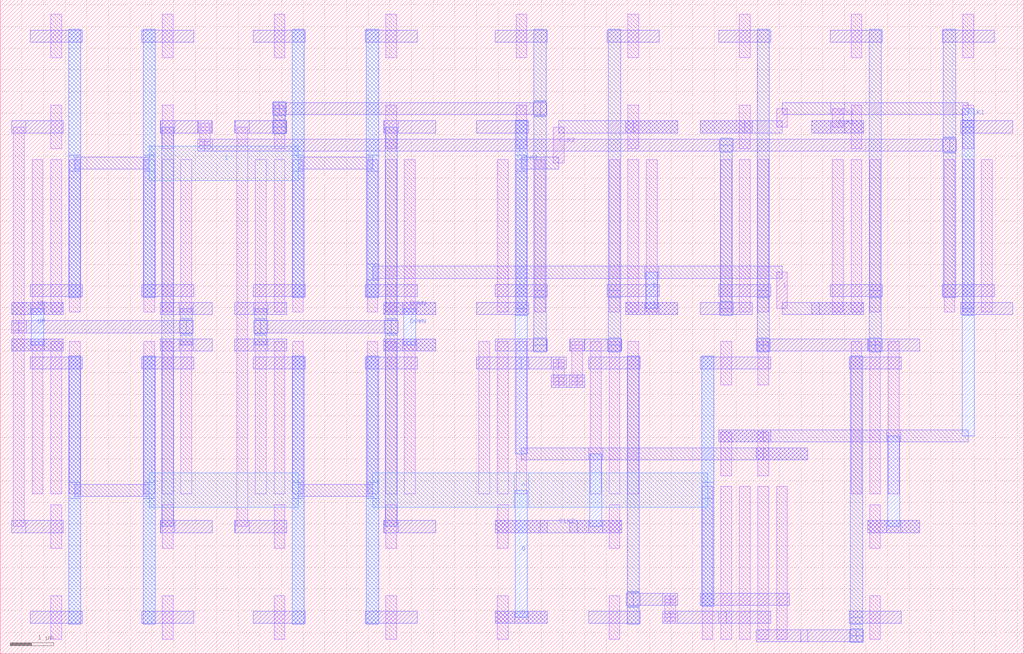
<source format=lef>
MACRO PD
  ORIGIN 0 0 ;
  FOREIGN PD 0 0 ;
  SIZE 23.65 BY 15.12 ;
  PIN 0
    DIRECTION INOUT ;
    USE SIGNAL ;
    PORT 
      LAYER M3 ;
        RECT 3.3 0.68 3.58 6.88 ;
      LAYER M3 ;
        RECT 1.58 0.68 1.86 6.88 ;
      LAYER M3 ;
        RECT 3.3 3.595 3.58 3.965 ;
      LAYER M2 ;
        RECT 1.72 3.64 3.44 3.92 ;
      LAYER M3 ;
        RECT 1.58 3.595 1.86 3.965 ;
      LAYER M3 ;
        RECT 6.74 0.68 7.02 6.88 ;
      LAYER M3 ;
        RECT 8.46 0.68 8.74 6.88 ;
      LAYER M3 ;
        RECT 6.74 3.595 7.02 3.965 ;
      LAYER M2 ;
        RECT 6.88 3.64 8.6 3.92 ;
      LAYER M3 ;
        RECT 8.46 3.595 8.74 3.965 ;
      LAYER M3 ;
        RECT 16.2 1.1 16.48 6.88 ;
      LAYER M2 ;
        RECT 11.44 0.7 12.64 0.98 ;
      LAYER M3 ;
        RECT 3.3 3.595 3.58 3.965 ;
      LAYER M4 ;
        RECT 3.44 3.38 6.88 4.18 ;
      LAYER M3 ;
        RECT 6.74 3.595 7.02 3.965 ;
      LAYER M3 ;
        RECT 8.46 3.595 8.74 3.965 ;
      LAYER M4 ;
        RECT 8.6 3.38 16.34 4.18 ;
      LAYER M3 ;
        RECT 16.2 3.595 16.48 3.965 ;
      LAYER M4 ;
        RECT 11.875 3.38 12.205 4.18 ;
      LAYER M3 ;
        RECT 11.9 0.84 12.18 3.78 ;
      LAYER M2 ;
        RECT 11.88 0.7 12.2 0.98 ;
    END
  END 0
  PIN 1
    DIRECTION INOUT ;
    USE SIGNAL ;
    PORT 
      LAYER M3 ;
        RECT 3.3 8.24 3.58 14.44 ;
      LAYER M3 ;
        RECT 1.58 8.24 1.86 14.44 ;
      LAYER M3 ;
        RECT 3.3 11.155 3.58 11.525 ;
      LAYER M2 ;
        RECT 1.72 11.2 3.44 11.48 ;
      LAYER M3 ;
        RECT 1.58 11.155 1.86 11.525 ;
      LAYER M3 ;
        RECT 6.74 8.24 7.02 14.44 ;
      LAYER M3 ;
        RECT 8.46 8.24 8.74 14.44 ;
      LAYER M3 ;
        RECT 6.74 11.155 7.02 11.525 ;
      LAYER M2 ;
        RECT 6.88 11.2 8.6 11.48 ;
      LAYER M3 ;
        RECT 8.46 11.155 8.74 11.525 ;
      LAYER M2 ;
        RECT 18.75 7.84 19.95 8.12 ;
      LAYER M2 ;
        RECT 14.45 7.84 15.65 8.12 ;
      LAYER M3 ;
        RECT 3.3 11.155 3.58 11.525 ;
      LAYER M4 ;
        RECT 3.44 10.94 6.88 11.74 ;
      LAYER M3 ;
        RECT 6.74 11.155 7.02 11.525 ;
      LAYER M3 ;
        RECT 8.46 8.635 8.74 9.005 ;
      LAYER M2 ;
        RECT 8.6 8.68 18.06 8.96 ;
      LAYER M1 ;
        RECT 17.935 7.98 18.185 8.82 ;
      LAYER M2 ;
        RECT 18.06 7.84 18.92 8.12 ;
      LAYER M2 ;
        RECT 14.89 8.68 15.21 8.96 ;
      LAYER M3 ;
        RECT 14.91 7.98 15.19 8.82 ;
      LAYER M2 ;
        RECT 14.89 7.84 15.21 8.12 ;
    END
  END 1
  PIN UP
    DIRECTION INOUT ;
    USE SIGNAL ;
    PORT 
      LAYER M2 ;
        RECT 0.26 7 1.46 7.28 ;
      LAYER M2 ;
        RECT 0.26 7.84 1.46 8.12 ;
      LAYER M2 ;
        RECT 0.7 7 1.02 7.28 ;
      LAYER M3 ;
        RECT 0.72 7.14 1 7.98 ;
      LAYER M2 ;
        RECT 0.7 7.84 1.02 8.12 ;
    END
  END UP
  PIN DOWN
    DIRECTION INOUT ;
    USE SIGNAL ;
    PORT 
      LAYER M2 ;
        RECT 8.86 7 10.06 7.28 ;
      LAYER M2 ;
        RECT 8.86 7.84 10.06 8.12 ;
      LAYER M2 ;
        RECT 9.3 7 9.62 7.28 ;
      LAYER M3 ;
        RECT 9.32 7.14 9.6 7.98 ;
      LAYER M2 ;
        RECT 9.3 7.84 9.62 8.12 ;
    END
  END DOWN
  PIN CLK2
    DIRECTION INOUT ;
    USE SIGNAL ;
    PORT 
      LAYER M2 ;
        RECT 17.46 4.48 18.66 4.76 ;
      LAYER M3 ;
        RECT 11.9 7.82 12.18 12.34 ;
      LAYER M2 ;
        RECT 13.16 2.8 14.36 3.08 ;
      LAYER M2 ;
        RECT 14.45 12.04 15.65 12.32 ;
      LAYER M2 ;
        RECT 11.44 2.8 12.64 3.08 ;
      LAYER M2 ;
        RECT 12.04 4.48 17.63 4.76 ;
      LAYER M3 ;
        RECT 11.9 4.62 12.18 7.98 ;
      LAYER M2 ;
        RECT 13.6 4.48 13.92 4.76 ;
      LAYER M3 ;
        RECT 13.62 2.94 13.9 4.62 ;
      LAYER M2 ;
        RECT 13.6 2.8 13.92 3.08 ;
      LAYER M3 ;
        RECT 11.9 11.155 12.18 11.525 ;
      LAYER M2 ;
        RECT 12.04 11.2 12.9 11.48 ;
      LAYER M1 ;
        RECT 12.775 11.34 13.025 12.18 ;
      LAYER M2 ;
        RECT 12.9 12.04 14.62 12.32 ;
      LAYER M2 ;
        RECT 12.47 2.8 13.33 3.08 ;
    END
  END CLK2
  PIN CLK1
    DIRECTION INOUT ;
    USE SIGNAL ;
    PORT 
      LAYER M2 ;
        RECT 16.6 4.9 17.8 5.18 ;
      LAYER M3 ;
        RECT 22.22 7.82 22.5 12.34 ;
      LAYER M2 ;
        RECT 20.04 2.8 21.24 3.08 ;
      LAYER M2 ;
        RECT 16.17 12.04 17.37 12.32 ;
      LAYER M2 ;
        RECT 18.75 12.04 19.95 12.32 ;
      LAYER M2 ;
        RECT 17.63 4.9 22.36 5.18 ;
      LAYER M3 ;
        RECT 22.22 5.04 22.5 7.98 ;
      LAYER M2 ;
        RECT 20.48 4.9 20.8 5.18 ;
      LAYER M3 ;
        RECT 20.5 2.94 20.78 5.04 ;
      LAYER M2 ;
        RECT 20.48 2.8 20.8 3.08 ;
      LAYER M3 ;
        RECT 22.22 12.18 22.5 12.6 ;
      LAYER M2 ;
        RECT 18.06 12.46 22.36 12.74 ;
      LAYER M1 ;
        RECT 17.935 12.18 18.185 12.6 ;
      LAYER M2 ;
        RECT 17.2 12.04 18.06 12.32 ;
      LAYER M2 ;
        RECT 19.19 12.46 19.51 12.74 ;
      LAYER M1 ;
        RECT 19.225 12.18 19.475 12.6 ;
      LAYER M2 ;
        RECT 19.19 12.04 19.51 12.32 ;
    END
  END CLK1
  OBS 
  LAYER M2 ;
        RECT 3.7 2.8 4.9 3.08 ;
  LAYER M2 ;
        RECT 3.7 12.04 4.9 12.32 ;
  LAYER M2 ;
        RECT 3.71 2.8 4.03 3.08 ;
  LAYER M3 ;
        RECT 3.73 2.94 4.01 12.18 ;
  LAYER M2 ;
        RECT 3.71 12.04 4.03 12.32 ;
  LAYER M3 ;
        RECT 21.79 8.24 22.07 14.44 ;
  LAYER M2 ;
        RECT 16.17 7.84 17.37 8.12 ;
  LAYER M2 ;
        RECT 4.57 12.04 4.89 12.32 ;
  LAYER M1 ;
        RECT 4.605 11.76 4.855 12.18 ;
  LAYER M2 ;
        RECT 4.73 11.62 21.93 11.9 ;
  LAYER M3 ;
        RECT 21.79 11.575 22.07 11.945 ;
  LAYER M2 ;
        RECT 16.61 11.62 16.93 11.9 ;
  LAYER M3 ;
        RECT 16.63 7.98 16.91 11.76 ;
  LAYER M2 ;
        RECT 16.61 7.84 16.93 8.12 ;
  LAYER M1 ;
        RECT 4.605 11.675 4.855 11.845 ;
  LAYER M2 ;
        RECT 4.56 11.62 4.9 11.9 ;
  LAYER M1 ;
        RECT 4.605 12.095 4.855 12.265 ;
  LAYER M2 ;
        RECT 4.56 12.04 4.9 12.32 ;
  LAYER M2 ;
        RECT 21.77 11.62 22.09 11.9 ;
  LAYER M3 ;
        RECT 21.79 11.6 22.07 11.92 ;
  LAYER M1 ;
        RECT 4.605 11.675 4.855 11.845 ;
  LAYER M2 ;
        RECT 4.56 11.62 4.9 11.9 ;
  LAYER M1 ;
        RECT 4.605 12.095 4.855 12.265 ;
  LAYER M2 ;
        RECT 4.56 12.04 4.9 12.32 ;
  LAYER M2 ;
        RECT 21.77 11.62 22.09 11.9 ;
  LAYER M3 ;
        RECT 21.79 11.6 22.07 11.92 ;
  LAYER M1 ;
        RECT 4.605 11.675 4.855 11.845 ;
  LAYER M2 ;
        RECT 4.56 11.62 4.9 11.9 ;
  LAYER M1 ;
        RECT 4.605 12.095 4.855 12.265 ;
  LAYER M2 ;
        RECT 4.56 12.04 4.9 12.32 ;
  LAYER M2 ;
        RECT 16.61 7.84 16.93 8.12 ;
  LAYER M3 ;
        RECT 16.63 7.82 16.91 8.14 ;
  LAYER M2 ;
        RECT 16.61 11.62 16.93 11.9 ;
  LAYER M3 ;
        RECT 16.63 11.6 16.91 11.92 ;
  LAYER M2 ;
        RECT 21.77 11.62 22.09 11.9 ;
  LAYER M3 ;
        RECT 21.79 11.6 22.07 11.92 ;
  LAYER M1 ;
        RECT 4.605 11.675 4.855 11.845 ;
  LAYER M2 ;
        RECT 4.56 11.62 4.9 11.9 ;
  LAYER M1 ;
        RECT 4.605 12.095 4.855 12.265 ;
  LAYER M2 ;
        RECT 4.56 12.04 4.9 12.32 ;
  LAYER M2 ;
        RECT 16.61 7.84 16.93 8.12 ;
  LAYER M3 ;
        RECT 16.63 7.82 16.91 8.14 ;
  LAYER M2 ;
        RECT 16.61 11.62 16.93 11.9 ;
  LAYER M3 ;
        RECT 16.63 11.6 16.91 11.92 ;
  LAYER M2 ;
        RECT 21.77 11.62 22.09 11.9 ;
  LAYER M3 ;
        RECT 21.79 11.6 22.07 11.92 ;
  LAYER M2 ;
        RECT 5.42 2.8 6.62 3.08 ;
  LAYER M2 ;
        RECT 5.42 12.04 6.62 12.32 ;
  LAYER M2 ;
        RECT 5.43 2.8 5.75 3.08 ;
  LAYER M1 ;
        RECT 5.465 2.94 5.715 12.18 ;
  LAYER M2 ;
        RECT 5.43 12.04 5.75 12.32 ;
  LAYER M3 ;
        RECT 12.33 8.24 12.61 14.44 ;
  LAYER M2 ;
        RECT 11.44 7 12.64 7.28 ;
  LAYER M2 ;
        RECT 6.29 12.04 6.61 12.32 ;
  LAYER M3 ;
        RECT 6.31 12.18 6.59 12.6 ;
  LAYER M2 ;
        RECT 6.45 12.46 12.47 12.74 ;
  LAYER M3 ;
        RECT 12.33 12.415 12.61 12.785 ;
  LAYER M3 ;
        RECT 12.33 7.14 12.61 8.4 ;
  LAYER M2 ;
        RECT 12.31 7 12.63 7.28 ;
  LAYER M2 ;
        RECT 6.29 12.04 6.61 12.32 ;
  LAYER M3 ;
        RECT 6.31 12.02 6.59 12.34 ;
  LAYER M2 ;
        RECT 6.29 12.46 6.61 12.74 ;
  LAYER M3 ;
        RECT 6.31 12.44 6.59 12.76 ;
  LAYER M2 ;
        RECT 12.31 12.46 12.63 12.74 ;
  LAYER M3 ;
        RECT 12.33 12.44 12.61 12.76 ;
  LAYER M2 ;
        RECT 6.29 12.04 6.61 12.32 ;
  LAYER M3 ;
        RECT 6.31 12.02 6.59 12.34 ;
  LAYER M2 ;
        RECT 6.29 12.46 6.61 12.74 ;
  LAYER M3 ;
        RECT 6.31 12.44 6.59 12.76 ;
  LAYER M2 ;
        RECT 12.31 12.46 12.63 12.74 ;
  LAYER M3 ;
        RECT 12.33 12.44 12.61 12.76 ;
  LAYER M2 ;
        RECT 6.29 12.04 6.61 12.32 ;
  LAYER M3 ;
        RECT 6.31 12.02 6.59 12.34 ;
  LAYER M2 ;
        RECT 6.29 12.46 6.61 12.74 ;
  LAYER M3 ;
        RECT 6.31 12.44 6.59 12.76 ;
  LAYER M2 ;
        RECT 12.31 7 12.63 7.28 ;
  LAYER M3 ;
        RECT 12.33 6.98 12.61 7.3 ;
  LAYER M2 ;
        RECT 12.31 12.46 12.63 12.74 ;
  LAYER M3 ;
        RECT 12.33 12.44 12.61 12.76 ;
  LAYER M2 ;
        RECT 6.29 12.04 6.61 12.32 ;
  LAYER M3 ;
        RECT 6.31 12.02 6.59 12.34 ;
  LAYER M2 ;
        RECT 6.29 12.46 6.61 12.74 ;
  LAYER M3 ;
        RECT 6.31 12.44 6.59 12.76 ;
  LAYER M2 ;
        RECT 12.31 7 12.63 7.28 ;
  LAYER M3 ;
        RECT 12.33 6.98 12.61 7.3 ;
  LAYER M2 ;
        RECT 12.31 12.46 12.63 12.74 ;
  LAYER M3 ;
        RECT 12.33 12.44 12.61 12.76 ;
  LAYER M2 ;
        RECT 17.46 0.28 18.66 0.56 ;
  LAYER M3 ;
        RECT 19.64 0.68 19.92 6.88 ;
  LAYER M2 ;
        RECT 18.49 0.28 19.78 0.56 ;
  LAYER M3 ;
        RECT 19.64 0.42 19.92 0.84 ;
  LAYER M2 ;
        RECT 19.62 0.28 19.94 0.56 ;
  LAYER M3 ;
        RECT 19.64 0.26 19.92 0.58 ;
  LAYER M2 ;
        RECT 19.62 0.28 19.94 0.56 ;
  LAYER M3 ;
        RECT 19.64 0.26 19.92 0.58 ;
  LAYER M2 ;
        RECT 16.6 0.7 17.8 0.98 ;
  LAYER M3 ;
        RECT 14.48 0.68 14.76 6.88 ;
  LAYER M2 ;
        RECT 15.48 0.7 16.77 0.98 ;
  LAYER M1 ;
        RECT 15.355 0.84 15.605 1.26 ;
  LAYER M2 ;
        RECT 14.62 1.12 15.48 1.4 ;
  LAYER M3 ;
        RECT 14.48 1.075 14.76 1.445 ;
  LAYER M1 ;
        RECT 15.355 0.755 15.605 0.925 ;
  LAYER M2 ;
        RECT 15.31 0.7 15.65 0.98 ;
  LAYER M1 ;
        RECT 15.355 1.175 15.605 1.345 ;
  LAYER M2 ;
        RECT 15.31 1.12 15.65 1.4 ;
  LAYER M2 ;
        RECT 14.46 1.12 14.78 1.4 ;
  LAYER M3 ;
        RECT 14.48 1.1 14.76 1.42 ;
  LAYER M1 ;
        RECT 15.355 0.755 15.605 0.925 ;
  LAYER M2 ;
        RECT 15.31 0.7 15.65 0.98 ;
  LAYER M1 ;
        RECT 15.355 1.175 15.605 1.345 ;
  LAYER M2 ;
        RECT 15.31 1.12 15.65 1.4 ;
  LAYER M2 ;
        RECT 14.46 1.12 14.78 1.4 ;
  LAYER M3 ;
        RECT 14.48 1.1 14.76 1.42 ;
  LAYER M2 ;
        RECT 20.04 7 21.24 7.28 ;
  LAYER M3 ;
        RECT 17.49 8.24 17.77 14.44 ;
  LAYER M3 ;
        RECT 20.07 8.24 20.35 14.44 ;
  LAYER M2 ;
        RECT 17.63 7 20.21 7.28 ;
  LAYER M3 ;
        RECT 17.49 7.14 17.77 8.4 ;
  LAYER M2 ;
        RECT 20.05 7 20.37 7.28 ;
  LAYER M3 ;
        RECT 20.07 7.14 20.35 8.4 ;
  LAYER M2 ;
        RECT 17.47 7 17.79 7.28 ;
  LAYER M3 ;
        RECT 17.49 6.98 17.77 7.3 ;
  LAYER M2 ;
        RECT 17.47 7 17.79 7.28 ;
  LAYER M3 ;
        RECT 17.49 6.98 17.77 7.3 ;
  LAYER M2 ;
        RECT 17.47 7 17.79 7.28 ;
  LAYER M3 ;
        RECT 17.49 6.98 17.77 7.3 ;
  LAYER M2 ;
        RECT 20.05 7 20.37 7.28 ;
  LAYER M3 ;
        RECT 20.07 6.98 20.35 7.3 ;
  LAYER M2 ;
        RECT 17.47 7 17.79 7.28 ;
  LAYER M3 ;
        RECT 17.49 6.98 17.77 7.3 ;
  LAYER M2 ;
        RECT 20.05 7 20.37 7.28 ;
  LAYER M3 ;
        RECT 20.07 6.98 20.35 7.3 ;
  LAYER M2 ;
        RECT 13.16 7 14.36 7.28 ;
  LAYER M3 ;
        RECT 14.05 8.24 14.33 14.44 ;
  LAYER M2 ;
        RECT 11.01 6.58 12.21 6.86 ;
  LAYER M2 ;
        RECT 14.03 7 14.35 7.28 ;
  LAYER M3 ;
        RECT 14.05 7.14 14.33 8.4 ;
  LAYER M2 ;
        RECT 13.17 7 13.49 7.28 ;
  LAYER M1 ;
        RECT 13.205 6.3 13.455 7.14 ;
  LAYER M2 ;
        RECT 12.9 6.16 13.33 6.44 ;
  LAYER M1 ;
        RECT 12.775 6.3 13.025 6.72 ;
  LAYER M2 ;
        RECT 12.04 6.58 12.9 6.86 ;
  LAYER M2 ;
        RECT 14.03 7 14.35 7.28 ;
  LAYER M3 ;
        RECT 14.05 6.98 14.33 7.3 ;
  LAYER M2 ;
        RECT 14.03 7 14.35 7.28 ;
  LAYER M3 ;
        RECT 14.05 6.98 14.33 7.3 ;
  LAYER M1 ;
        RECT 12.775 6.215 13.025 6.385 ;
  LAYER M2 ;
        RECT 12.73 6.16 13.07 6.44 ;
  LAYER M1 ;
        RECT 12.775 6.635 13.025 6.805 ;
  LAYER M2 ;
        RECT 12.73 6.58 13.07 6.86 ;
  LAYER M1 ;
        RECT 13.205 6.215 13.455 6.385 ;
  LAYER M2 ;
        RECT 13.16 6.16 13.5 6.44 ;
  LAYER M1 ;
        RECT 13.205 7.055 13.455 7.225 ;
  LAYER M2 ;
        RECT 13.16 7 13.5 7.28 ;
  LAYER M2 ;
        RECT 14.03 7 14.35 7.28 ;
  LAYER M3 ;
        RECT 14.05 6.98 14.33 7.3 ;
  LAYER M1 ;
        RECT 12.775 6.215 13.025 6.385 ;
  LAYER M2 ;
        RECT 12.73 6.16 13.07 6.44 ;
  LAYER M1 ;
        RECT 12.775 6.635 13.025 6.805 ;
  LAYER M2 ;
        RECT 12.73 6.58 13.07 6.86 ;
  LAYER M1 ;
        RECT 13.205 6.215 13.455 6.385 ;
  LAYER M2 ;
        RECT 13.16 6.16 13.5 6.44 ;
  LAYER M1 ;
        RECT 13.205 7.055 13.455 7.225 ;
  LAYER M2 ;
        RECT 13.16 7 13.5 7.28 ;
  LAYER M2 ;
        RECT 14.03 7 14.35 7.28 ;
  LAYER M3 ;
        RECT 14.05 6.98 14.33 7.3 ;
  LAYER M2 ;
        RECT 3.7 7 4.9 7.28 ;
  LAYER M2 ;
        RECT 3.7 7.84 4.9 8.12 ;
  LAYER M2 ;
        RECT 4.14 7 4.46 7.28 ;
  LAYER M3 ;
        RECT 4.16 7.14 4.44 7.98 ;
  LAYER M2 ;
        RECT 4.14 7.84 4.46 8.12 ;
  LAYER M2 ;
        RECT 0.26 2.8 1.46 3.08 ;
  LAYER M2 ;
        RECT 0.26 12.04 1.46 12.32 ;
  LAYER M2 ;
        RECT 0.27 2.8 0.59 3.08 ;
  LAYER M1 ;
        RECT 0.305 2.94 0.555 12.18 ;
  LAYER M2 ;
        RECT 0.27 12.04 0.59 12.32 ;
  LAYER M3 ;
        RECT 4.16 7.375 4.44 7.745 ;
  LAYER M2 ;
        RECT 0.43 7.42 4.3 7.7 ;
  LAYER M1 ;
        RECT 0.305 7.475 0.555 7.645 ;
  LAYER M1 ;
        RECT 0.305 7.475 0.555 7.645 ;
  LAYER M2 ;
        RECT 0.26 7.42 0.6 7.7 ;
  LAYER M2 ;
        RECT 4.14 7.42 4.46 7.7 ;
  LAYER M3 ;
        RECT 4.16 7.4 4.44 7.72 ;
  LAYER M1 ;
        RECT 0.305 7.475 0.555 7.645 ;
  LAYER M2 ;
        RECT 0.26 7.42 0.6 7.7 ;
  LAYER M2 ;
        RECT 4.14 7.42 4.46 7.7 ;
  LAYER M3 ;
        RECT 4.16 7.4 4.44 7.72 ;
  LAYER M1 ;
        RECT 3.745 3.695 3.995 7.225 ;
  LAYER M1 ;
        RECT 3.745 2.435 3.995 3.445 ;
  LAYER M1 ;
        RECT 3.745 0.335 3.995 1.345 ;
  LAYER M1 ;
        RECT 4.175 3.695 4.425 7.225 ;
  LAYER M1 ;
        RECT 3.315 3.695 3.565 7.225 ;
  LAYER M2 ;
        RECT 3.27 0.7 4.47 0.98 ;
  LAYER M2 ;
        RECT 3.27 6.58 4.47 6.86 ;
  LAYER M2 ;
        RECT 3.7 7 4.9 7.28 ;
  LAYER M2 ;
        RECT 3.7 2.8 4.9 3.08 ;
  LAYER M3 ;
        RECT 3.3 0.68 3.58 6.88 ;
  LAYER M1 ;
        RECT 3.745 7.895 3.995 11.425 ;
  LAYER M1 ;
        RECT 3.745 11.675 3.995 12.685 ;
  LAYER M1 ;
        RECT 3.745 13.775 3.995 14.785 ;
  LAYER M1 ;
        RECT 4.175 7.895 4.425 11.425 ;
  LAYER M1 ;
        RECT 3.315 7.895 3.565 11.425 ;
  LAYER M2 ;
        RECT 3.27 14.14 4.47 14.42 ;
  LAYER M2 ;
        RECT 3.27 8.26 4.47 8.54 ;
  LAYER M2 ;
        RECT 3.7 7.84 4.9 8.12 ;
  LAYER M2 ;
        RECT 3.7 12.04 4.9 12.32 ;
  LAYER M3 ;
        RECT 3.3 8.24 3.58 14.44 ;
  LAYER M1 ;
        RECT 1.165 3.695 1.415 7.225 ;
  LAYER M1 ;
        RECT 1.165 2.435 1.415 3.445 ;
  LAYER M1 ;
        RECT 1.165 0.335 1.415 1.345 ;
  LAYER M1 ;
        RECT 0.735 3.695 0.985 7.225 ;
  LAYER M1 ;
        RECT 1.595 3.695 1.845 7.225 ;
  LAYER M2 ;
        RECT 0.69 0.7 1.89 0.98 ;
  LAYER M2 ;
        RECT 0.69 6.58 1.89 6.86 ;
  LAYER M2 ;
        RECT 0.26 7 1.46 7.28 ;
  LAYER M2 ;
        RECT 0.26 2.8 1.46 3.08 ;
  LAYER M3 ;
        RECT 1.58 0.68 1.86 6.88 ;
  LAYER M1 ;
        RECT 1.165 7.895 1.415 11.425 ;
  LAYER M1 ;
        RECT 1.165 11.675 1.415 12.685 ;
  LAYER M1 ;
        RECT 1.165 13.775 1.415 14.785 ;
  LAYER M1 ;
        RECT 0.735 7.895 0.985 11.425 ;
  LAYER M1 ;
        RECT 1.595 7.895 1.845 11.425 ;
  LAYER M2 ;
        RECT 0.69 14.14 1.89 14.42 ;
  LAYER M2 ;
        RECT 0.69 8.26 1.89 8.54 ;
  LAYER M2 ;
        RECT 0.26 7.84 1.46 8.12 ;
  LAYER M2 ;
        RECT 0.26 12.04 1.46 12.32 ;
  LAYER M3 ;
        RECT 1.58 8.24 1.86 14.44 ;
  LAYER M2 ;
        RECT 5.42 7 6.62 7.28 ;
  LAYER M2 ;
        RECT 5.42 7.84 6.62 8.12 ;
  LAYER M2 ;
        RECT 5.86 7 6.18 7.28 ;
  LAYER M3 ;
        RECT 5.88 7.14 6.16 7.98 ;
  LAYER M2 ;
        RECT 5.86 7.84 6.18 8.12 ;
  LAYER M2 ;
        RECT 8.86 2.8 10.06 3.08 ;
  LAYER M2 ;
        RECT 8.86 12.04 10.06 12.32 ;
  LAYER M2 ;
        RECT 8.87 2.8 9.19 3.08 ;
  LAYER M3 ;
        RECT 8.89 2.94 9.17 12.18 ;
  LAYER M2 ;
        RECT 8.87 12.04 9.19 12.32 ;
  LAYER M3 ;
        RECT 5.88 7.375 6.16 7.745 ;
  LAYER M2 ;
        RECT 6.02 7.42 9.03 7.7 ;
  LAYER M3 ;
        RECT 8.89 7.375 9.17 7.745 ;
  LAYER M2 ;
        RECT 5.86 7.42 6.18 7.7 ;
  LAYER M3 ;
        RECT 5.88 7.4 6.16 7.72 ;
  LAYER M2 ;
        RECT 8.87 7.42 9.19 7.7 ;
  LAYER M3 ;
        RECT 8.89 7.4 9.17 7.72 ;
  LAYER M2 ;
        RECT 5.86 7.42 6.18 7.7 ;
  LAYER M3 ;
        RECT 5.88 7.4 6.16 7.72 ;
  LAYER M2 ;
        RECT 8.87 7.42 9.19 7.7 ;
  LAYER M3 ;
        RECT 8.89 7.4 9.17 7.72 ;
  LAYER M1 ;
        RECT 6.325 3.695 6.575 7.225 ;
  LAYER M1 ;
        RECT 6.325 2.435 6.575 3.445 ;
  LAYER M1 ;
        RECT 6.325 0.335 6.575 1.345 ;
  LAYER M1 ;
        RECT 5.895 3.695 6.145 7.225 ;
  LAYER M1 ;
        RECT 6.755 3.695 7.005 7.225 ;
  LAYER M2 ;
        RECT 5.85 0.7 7.05 0.98 ;
  LAYER M2 ;
        RECT 5.85 6.58 7.05 6.86 ;
  LAYER M2 ;
        RECT 5.42 7 6.62 7.28 ;
  LAYER M2 ;
        RECT 5.42 2.8 6.62 3.08 ;
  LAYER M3 ;
        RECT 6.74 0.68 7.02 6.88 ;
  LAYER M1 ;
        RECT 6.325 7.895 6.575 11.425 ;
  LAYER M1 ;
        RECT 6.325 11.675 6.575 12.685 ;
  LAYER M1 ;
        RECT 6.325 13.775 6.575 14.785 ;
  LAYER M1 ;
        RECT 5.895 7.895 6.145 11.425 ;
  LAYER M1 ;
        RECT 6.755 7.895 7.005 11.425 ;
  LAYER M2 ;
        RECT 5.85 14.14 7.05 14.42 ;
  LAYER M2 ;
        RECT 5.85 8.26 7.05 8.54 ;
  LAYER M2 ;
        RECT 5.42 7.84 6.62 8.12 ;
  LAYER M2 ;
        RECT 5.42 12.04 6.62 12.32 ;
  LAYER M3 ;
        RECT 6.74 8.24 7.02 14.44 ;
  LAYER M1 ;
        RECT 8.905 3.695 9.155 7.225 ;
  LAYER M1 ;
        RECT 8.905 2.435 9.155 3.445 ;
  LAYER M1 ;
        RECT 8.905 0.335 9.155 1.345 ;
  LAYER M1 ;
        RECT 9.335 3.695 9.585 7.225 ;
  LAYER M1 ;
        RECT 8.475 3.695 8.725 7.225 ;
  LAYER M2 ;
        RECT 8.43 0.7 9.63 0.98 ;
  LAYER M2 ;
        RECT 8.43 6.58 9.63 6.86 ;
  LAYER M2 ;
        RECT 8.86 7 10.06 7.28 ;
  LAYER M2 ;
        RECT 8.86 2.8 10.06 3.08 ;
  LAYER M3 ;
        RECT 8.46 0.68 8.74 6.88 ;
  LAYER M1 ;
        RECT 8.905 7.895 9.155 11.425 ;
  LAYER M1 ;
        RECT 8.905 11.675 9.155 12.685 ;
  LAYER M1 ;
        RECT 8.905 13.775 9.155 14.785 ;
  LAYER M1 ;
        RECT 9.335 7.895 9.585 11.425 ;
  LAYER M1 ;
        RECT 8.475 7.895 8.725 11.425 ;
  LAYER M2 ;
        RECT 8.43 14.14 9.63 14.42 ;
  LAYER M2 ;
        RECT 8.43 8.26 9.63 8.54 ;
  LAYER M2 ;
        RECT 8.86 7.84 10.06 8.12 ;
  LAYER M2 ;
        RECT 8.86 12.04 10.06 12.32 ;
  LAYER M3 ;
        RECT 8.46 8.24 8.74 14.44 ;
  LAYER M1 ;
        RECT 17.505 0.335 17.755 3.865 ;
  LAYER M1 ;
        RECT 17.505 4.115 17.755 5.125 ;
  LAYER M1 ;
        RECT 17.505 6.215 17.755 7.225 ;
  LAYER M1 ;
        RECT 17.935 0.335 18.185 3.865 ;
  LAYER M1 ;
        RECT 17.075 0.335 17.325 3.865 ;
  LAYER M1 ;
        RECT 16.645 0.335 16.895 3.865 ;
  LAYER M1 ;
        RECT 16.645 4.115 16.895 5.125 ;
  LAYER M1 ;
        RECT 16.645 6.215 16.895 7.225 ;
  LAYER M1 ;
        RECT 16.215 0.335 16.465 3.865 ;
  LAYER M2 ;
        RECT 16.17 6.58 17.8 6.86 ;
  LAYER M2 ;
        RECT 16.17 1.12 18.23 1.4 ;
  LAYER M2 ;
        RECT 17.46 0.28 18.66 0.56 ;
  LAYER M2 ;
        RECT 16.6 0.7 17.8 0.98 ;
  LAYER M2 ;
        RECT 17.46 4.48 18.66 4.76 ;
  LAYER M2 ;
        RECT 16.6 4.9 17.8 5.18 ;
  LAYER M3 ;
        RECT 16.2 1.1 16.48 6.88 ;
  LAYER M1 ;
        RECT 11.915 7.895 12.165 11.425 ;
  LAYER M1 ;
        RECT 11.915 11.675 12.165 12.685 ;
  LAYER M1 ;
        RECT 11.915 13.775 12.165 14.785 ;
  LAYER M1 ;
        RECT 11.485 7.895 11.735 11.425 ;
  LAYER M1 ;
        RECT 12.345 7.895 12.595 11.425 ;
  LAYER M2 ;
        RECT 11.01 12.04 12.21 12.32 ;
  LAYER M2 ;
        RECT 11.01 7.84 12.21 8.12 ;
  LAYER M2 ;
        RECT 11.44 14.14 12.64 14.42 ;
  LAYER M2 ;
        RECT 11.44 8.26 12.64 8.54 ;
  LAYER M3 ;
        RECT 11.9 7.82 12.18 12.34 ;
  LAYER M3 ;
        RECT 12.33 8.24 12.61 14.44 ;
  LAYER M1 ;
        RECT 22.235 7.895 22.485 11.425 ;
  LAYER M1 ;
        RECT 22.235 11.675 22.485 12.685 ;
  LAYER M1 ;
        RECT 22.235 13.775 22.485 14.785 ;
  LAYER M1 ;
        RECT 22.665 7.895 22.915 11.425 ;
  LAYER M1 ;
        RECT 21.805 7.895 22.055 11.425 ;
  LAYER M2 ;
        RECT 22.19 12.04 23.39 12.32 ;
  LAYER M2 ;
        RECT 22.19 7.84 23.39 8.12 ;
  LAYER M2 ;
        RECT 21.76 14.14 22.96 14.42 ;
  LAYER M2 ;
        RECT 21.76 8.26 22.96 8.54 ;
  LAYER M3 ;
        RECT 22.22 7.82 22.5 12.34 ;
  LAYER M3 ;
        RECT 21.79 8.24 22.07 14.44 ;
  LAYER M1 ;
        RECT 20.085 3.695 20.335 7.225 ;
  LAYER M1 ;
        RECT 20.085 2.435 20.335 3.445 ;
  LAYER M1 ;
        RECT 20.085 0.335 20.335 1.345 ;
  LAYER M1 ;
        RECT 20.515 3.695 20.765 7.225 ;
  LAYER M1 ;
        RECT 19.655 3.695 19.905 7.225 ;
  LAYER M2 ;
        RECT 19.61 0.7 20.81 0.98 ;
  LAYER M2 ;
        RECT 19.61 6.58 20.81 6.86 ;
  LAYER M2 ;
        RECT 20.04 7 21.24 7.28 ;
  LAYER M2 ;
        RECT 20.04 2.8 21.24 3.08 ;
  LAYER M3 ;
        RECT 19.64 0.68 19.92 6.88 ;
  LAYER M1 ;
        RECT 14.065 3.695 14.315 7.225 ;
  LAYER M1 ;
        RECT 14.065 2.435 14.315 3.445 ;
  LAYER M1 ;
        RECT 14.065 0.335 14.315 1.345 ;
  LAYER M1 ;
        RECT 13.635 3.695 13.885 7.225 ;
  LAYER M1 ;
        RECT 14.495 3.695 14.745 7.225 ;
  LAYER M2 ;
        RECT 13.59 0.7 14.79 0.98 ;
  LAYER M2 ;
        RECT 13.59 6.58 14.79 6.86 ;
  LAYER M2 ;
        RECT 13.16 7 14.36 7.28 ;
  LAYER M2 ;
        RECT 13.16 2.8 14.36 3.08 ;
  LAYER M3 ;
        RECT 14.48 0.68 14.76 6.88 ;
  LAYER M1 ;
        RECT 17.075 7.895 17.325 11.425 ;
  LAYER M1 ;
        RECT 17.075 11.675 17.325 12.685 ;
  LAYER M1 ;
        RECT 17.075 13.775 17.325 14.785 ;
  LAYER M1 ;
        RECT 16.645 7.895 16.895 11.425 ;
  LAYER M1 ;
        RECT 17.505 7.895 17.755 11.425 ;
  LAYER M2 ;
        RECT 16.6 14.14 17.8 14.42 ;
  LAYER M2 ;
        RECT 16.6 8.26 17.8 8.54 ;
  LAYER M2 ;
        RECT 16.17 7.84 17.37 8.12 ;
  LAYER M2 ;
        RECT 16.17 12.04 17.37 12.32 ;
  LAYER M3 ;
        RECT 17.49 8.24 17.77 14.44 ;
  LAYER M1 ;
        RECT 19.655 7.895 19.905 11.425 ;
  LAYER M1 ;
        RECT 19.655 11.675 19.905 12.685 ;
  LAYER M1 ;
        RECT 19.655 13.775 19.905 14.785 ;
  LAYER M1 ;
        RECT 19.225 7.895 19.475 11.425 ;
  LAYER M1 ;
        RECT 20.085 7.895 20.335 11.425 ;
  LAYER M2 ;
        RECT 19.18 14.14 20.38 14.42 ;
  LAYER M2 ;
        RECT 19.18 8.26 20.38 8.54 ;
  LAYER M2 ;
        RECT 18.75 7.84 19.95 8.12 ;
  LAYER M2 ;
        RECT 18.75 12.04 19.95 12.32 ;
  LAYER M3 ;
        RECT 20.07 8.24 20.35 14.44 ;
  LAYER M1 ;
        RECT 14.495 7.895 14.745 11.425 ;
  LAYER M1 ;
        RECT 14.495 11.675 14.745 12.685 ;
  LAYER M1 ;
        RECT 14.495 13.775 14.745 14.785 ;
  LAYER M1 ;
        RECT 14.925 7.895 15.175 11.425 ;
  LAYER M1 ;
        RECT 14.065 7.895 14.315 11.425 ;
  LAYER M2 ;
        RECT 14.02 14.14 15.22 14.42 ;
  LAYER M2 ;
        RECT 14.02 8.26 15.22 8.54 ;
  LAYER M2 ;
        RECT 14.45 7.84 15.65 8.12 ;
  LAYER M2 ;
        RECT 14.45 12.04 15.65 12.32 ;
  LAYER M3 ;
        RECT 14.05 8.24 14.33 14.44 ;
  LAYER M1 ;
        RECT 11.485 3.695 11.735 7.225 ;
  LAYER M1 ;
        RECT 11.485 2.435 11.735 3.445 ;
  LAYER M1 ;
        RECT 11.485 0.335 11.735 1.345 ;
  LAYER M1 ;
        RECT 11.915 3.695 12.165 7.225 ;
  LAYER M1 ;
        RECT 11.055 3.695 11.305 7.225 ;
  LAYER M2 ;
        RECT 11.44 0.7 12.64 0.98 ;
  LAYER M2 ;
        RECT 11.44 7 12.64 7.28 ;
  LAYER M2 ;
        RECT 11.44 2.8 12.64 3.08 ;
  LAYER M2 ;
        RECT 11.01 6.58 12.21 6.86 ;
  END 
END PD

</source>
